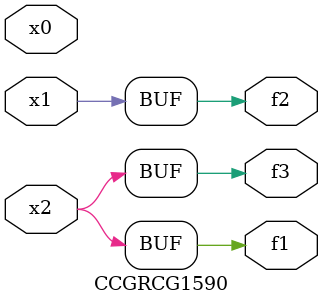
<source format=v>
module CCGRCG1590(
	input x0, x1, x2,
	output f1, f2, f3
);
	assign f1 = x2;
	assign f2 = x1;
	assign f3 = x2;
endmodule

</source>
